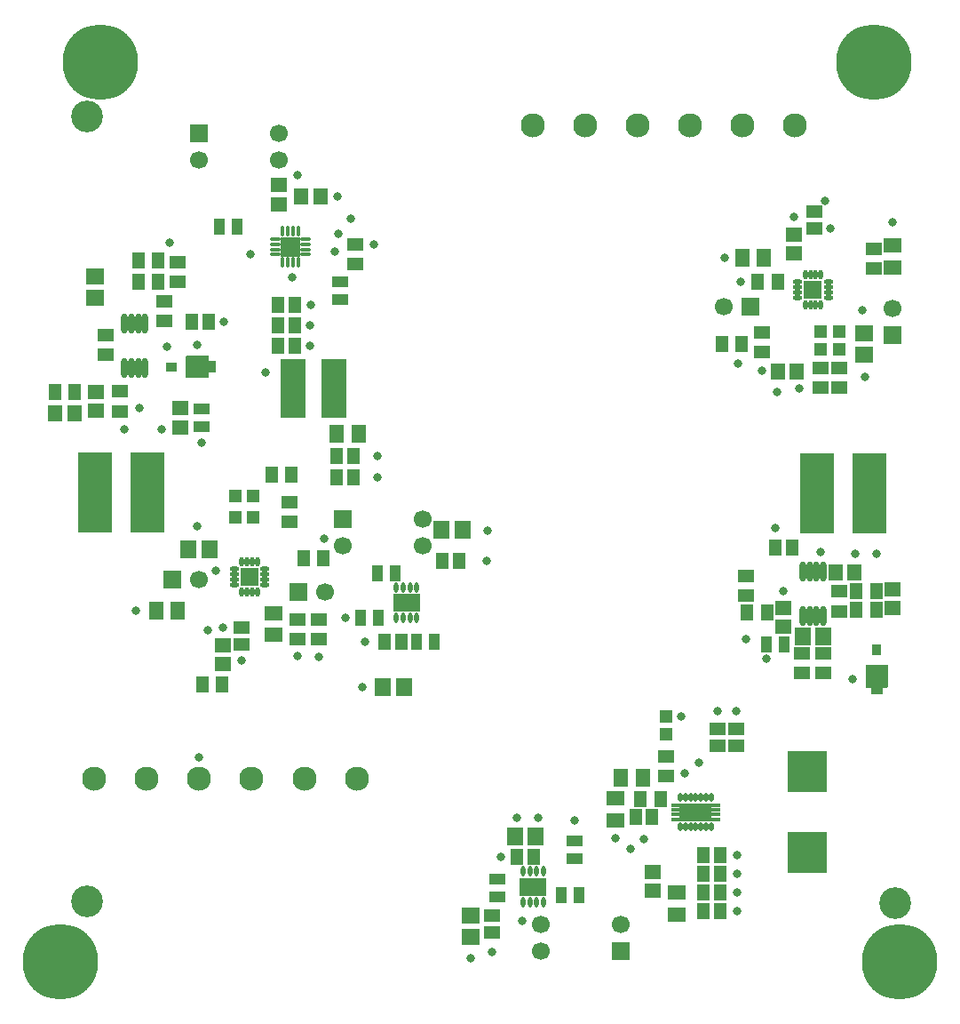
<source format=gts>
%FSLAX42Y42*%
%MOMM*%
G71*
G01*
G75*
G04 Layer_Color=30967*
%ADD10R,2.15X5.50*%
%ADD11R,3.00X7.50*%
%ADD12R,3.50X3.80*%
%ADD13O,0.25X0.70*%
%ADD14O,0.70X0.25*%
%ADD15R,1.60X1.60*%
%ADD16O,0.45X1.70*%
%ADD17R,0.66X0.94*%
%ADD18R,0.00X0.00*%
%ADD19R,0.00X0.00*%
%ADD20R,0.84X0.66*%
%ADD21R,1.70X1.70*%
%ADD22O,0.85X0.28*%
%ADD23O,0.28X0.85*%
%ADD24R,1.40X1.05*%
%ADD25R,1.25X1.50*%
%ADD26R,0.85X1.30*%
%ADD27R,1.00X1.00*%
G04:AMPARAMS|DCode=28|XSize=0.24mm|YSize=0.6mm|CornerRadius=0.08mm|HoleSize=0mm|Usage=FLASHONLY|Rotation=0.000|XOffset=0mm|YOffset=0mm|HoleType=Round|Shape=RoundedRectangle|*
%AMROUNDEDRECTD28*
21,1,0.24,0.43,0,0,0.0*
21,1,0.07,0.60,0,0,0.0*
1,1,0.17,0.04,-0.22*
1,1,0.17,-0.04,-0.22*
1,1,0.17,-0.04,0.22*
1,1,0.17,0.04,0.22*
%
%ADD28ROUNDEDRECTD28*%
%ADD29R,2.40X1.65*%
%ADD30O,0.30X0.85*%
%ADD31R,1.45X1.15*%
%ADD32R,1.15X1.45*%
%ADD33R,1.55X1.35*%
%ADD34R,0.95X1.35*%
%ADD35R,1.30X0.85*%
%ADD36R,1.05X1.40*%
%ADD37R,1.50X1.25*%
%ADD38R,1.00X1.00*%
%ADD39R,0.94X0.66*%
%ADD40R,0.00X0.00*%
%ADD41R,0.00X0.00*%
%ADD42R,0.66X0.84*%
%ADD43R,1.35X0.95*%
%ADD44R,1.35X1.55*%
%ADD45C,1.00*%
%ADD46C,0.64*%
%ADD47C,0.51*%
%ADD48C,0.38*%
%ADD49C,0.43*%
%ADD50C,0.25*%
%ADD51C,0.46*%
%ADD52C,0.76*%
%ADD53R,0.85X0.20*%
%ADD54R,2.85X1.58*%
%ADD55C,2.10*%
%ADD56C,1.50*%
%ADD57R,1.50X1.50*%
%ADD58R,1.50X1.50*%
%ADD59C,7.00*%
%ADD60C,0.50*%
%ADD61C,0.46*%
%ADD62C,0.61*%
%ADD63C,1.02*%
%ADD64C,2.22*%
%ADD65C,1.92*%
%ADD66C,4.22*%
%ADD67C,1.22*%
%ADD68C,1.22*%
%ADD69C,1.32*%
%ADD70C,0.25*%
%ADD71C,0.20*%
%ADD72C,0.10*%
%ADD73C,0.20*%
%ADD74C,0.60*%
%ADD75C,0.05*%
%ADD76R,0.58X0.17*%
%ADD77R,0.46X1.70*%
%ADD78R,0.65X0.19*%
%ADD79R,0.19X0.65*%
%ADD80R,1.70X0.46*%
%ADD81R,0.17X0.58*%
%ADD82R,0.70X0.70*%
%ADD83R,0.70X0.70*%
%ADD84R,1.00X0.65*%
%ADD85R,2.35X5.70*%
%ADD86R,3.20X7.70*%
%ADD87R,3.70X4.00*%
%ADD88O,0.45X0.90*%
%ADD89O,0.90X0.45*%
%ADD90R,1.80X1.80*%
%ADD91O,0.65X1.90*%
%ADD92R,1.04X0.86*%
%ADD93R,1.84X1.84*%
%ADD94O,0.99X0.42*%
%ADD95O,0.42X0.99*%
%ADD96R,1.60X1.25*%
%ADD97R,1.45X1.70*%
%ADD98R,1.05X1.50*%
%ADD99R,1.20X1.20*%
G04:AMPARAMS|DCode=100|XSize=0.44mm|YSize=0.8mm|CornerRadius=0.19mm|HoleSize=0mm|Usage=FLASHONLY|Rotation=0.000|XOffset=0mm|YOffset=0mm|HoleType=Round|Shape=RoundedRectangle|*
%AMROUNDEDRECTD100*
21,1,0.44,0.43,0,0,0.0*
21,1,0.07,0.80,0,0,0.0*
1,1,0.37,0.04,-0.22*
1,1,0.37,-0.04,-0.22*
1,1,0.37,-0.04,0.22*
1,1,0.37,0.04,0.22*
%
%ADD100ROUNDEDRECTD100*%
%ADD101R,2.54X1.79*%
%ADD102O,0.44X0.99*%
%ADD103R,1.65X1.35*%
%ADD104R,1.35X1.65*%
%ADD105R,1.75X1.55*%
%ADD106R,1.15X1.55*%
%ADD107R,1.50X1.05*%
%ADD108R,1.25X1.60*%
%ADD109R,1.70X1.45*%
%ADD110R,1.20X1.20*%
%ADD111R,0.86X1.04*%
%ADD112R,1.55X1.15*%
%ADD113R,1.55X1.75*%
%ADD114C,3.03*%
%ADD115R,1.05X0.40*%
%ADD116R,3.05X1.78*%
%ADD117C,2.30*%
%ADD118C,1.70*%
%ADD119R,1.70X1.70*%
%ADD120R,1.70X1.70*%
%ADD121C,7.20*%
%ADD122C,0.70*%
%ADD123C,0.66*%
%ADD124C,0.81*%
G36*
X8340Y3352D02*
X8341Y3352D01*
X8343Y3352D01*
X8344Y3351D01*
X8345Y3350D01*
X8346Y3349D01*
X8347Y3348D01*
X8348Y3347D01*
X8348Y3346D01*
X8349Y3345D01*
X8349Y3343D01*
X8349Y3342D01*
Y3141D01*
X8349Y3140D01*
X8349Y3139D01*
X8348Y3138D01*
X8348Y3136D01*
X8347Y3135D01*
X8346Y3134D01*
X8345Y3133D01*
X8344Y3133D01*
X8343Y3132D01*
X8341Y3132D01*
X8340Y3131D01*
X8339Y3131D01*
X8301D01*
Y3075D01*
X8301Y3074D01*
X8300Y3073D01*
X8300Y3072D01*
X8299Y3070D01*
X8299Y3069D01*
X8298Y3068D01*
X8297Y3067D01*
X8296Y3067D01*
X8294Y3066D01*
X8293Y3066D01*
X8292Y3065D01*
X8291Y3065D01*
X8197D01*
X8195Y3065D01*
X8194Y3066D01*
X8193Y3066D01*
X8191Y3067D01*
X8190Y3067D01*
X8189Y3068D01*
X8189Y3069D01*
X8188Y3070D01*
X8187Y3072D01*
X8187Y3073D01*
X8186Y3074D01*
X8186Y3075D01*
Y3131D01*
X8146D01*
X8144Y3131D01*
X8143Y3132D01*
X8142Y3132D01*
X8141Y3133D01*
X8140Y3133D01*
X8139Y3134D01*
X8138Y3135D01*
X8137Y3136D01*
X8136Y3138D01*
X8136Y3139D01*
X8136Y3140D01*
X8136Y3141D01*
Y3342D01*
X8136Y3343D01*
X8136Y3345D01*
X8136Y3346D01*
X8137Y3347D01*
X8138Y3348D01*
X8139Y3349D01*
X8140Y3350D01*
X8141Y3351D01*
X8142Y3352D01*
X8143Y3352D01*
X8144Y3352D01*
X8146Y3352D01*
X8339D01*
X8340Y3352D01*
D02*
G37*
G36*
X1866Y6294D02*
X1867Y6293D01*
X1868Y6293D01*
X1869Y6292D01*
X1871Y6291D01*
X1872Y6291D01*
X1872Y6290D01*
X1873Y6289D01*
X1874Y6287D01*
X1874Y6286D01*
X1874Y6285D01*
X1875Y6283D01*
Y6245D01*
X1930D01*
X1932Y6245D01*
X1933Y6245D01*
X1934Y6245D01*
X1935Y6244D01*
X1937Y6243D01*
X1938Y6242D01*
X1938Y6241D01*
X1939Y6240D01*
X1940Y6239D01*
X1940Y6238D01*
X1940Y6236D01*
X1941Y6235D01*
Y6141D01*
X1940Y6140D01*
X1940Y6139D01*
X1940Y6137D01*
X1939Y6136D01*
X1938Y6135D01*
X1938Y6134D01*
X1937Y6133D01*
X1935Y6132D01*
X1934Y6132D01*
X1933Y6131D01*
X1932Y6131D01*
X1930Y6131D01*
X1875D01*
Y6090D01*
X1874Y6089D01*
X1874Y6088D01*
X1874Y6086D01*
X1873Y6085D01*
X1872Y6084D01*
X1872Y6083D01*
X1871Y6082D01*
X1869Y6082D01*
X1868Y6081D01*
X1867Y6081D01*
X1866Y6080D01*
X1864Y6080D01*
X1664D01*
X1662Y6080D01*
X1661Y6081D01*
X1660Y6081D01*
X1659Y6082D01*
X1658Y6082D01*
X1657Y6083D01*
X1656Y6084D01*
X1655Y6085D01*
X1654Y6086D01*
X1654Y6088D01*
X1654Y6089D01*
X1654Y6090D01*
Y6283D01*
X1654Y6285D01*
X1654Y6286D01*
X1654Y6287D01*
X1655Y6289D01*
X1656Y6290D01*
X1657Y6291D01*
X1658Y6291D01*
X1659Y6292D01*
X1660Y6293D01*
X1661Y6293D01*
X1662Y6294D01*
X1664Y6294D01*
X1864D01*
X1866Y6294D01*
D02*
G37*
D17*
X1749Y6187D02*
D03*
D18*
X1669Y6183D02*
D03*
D19*
X1666Y6200D02*
D03*
D39*
X8242Y3257D02*
D03*
D40*
X8238Y3337D02*
D03*
D41*
X8255Y3340D02*
D03*
D85*
X2678Y5985D02*
D03*
X3063D02*
D03*
D86*
X1291Y4990D02*
D03*
X791D02*
D03*
X8175Y4985D02*
D03*
X7675D02*
D03*
D87*
X7582Y1560D02*
D03*
Y2330D02*
D03*
D88*
X2338Y4331D02*
D03*
X2288D02*
D03*
X2238D02*
D03*
X2188D02*
D03*
Y4041D02*
D03*
X2238D02*
D03*
X2288D02*
D03*
X2338D02*
D03*
X7558Y7068D02*
D03*
X7608D02*
D03*
X7658D02*
D03*
X7708D02*
D03*
Y6779D02*
D03*
X7658D02*
D03*
X7608D02*
D03*
X7558D02*
D03*
D89*
X2118Y4261D02*
D03*
Y4211D02*
D03*
Y4161D02*
D03*
Y4111D02*
D03*
X2408D02*
D03*
Y4161D02*
D03*
Y4211D02*
D03*
Y4261D02*
D03*
X7488Y6849D02*
D03*
Y6899D02*
D03*
Y6948D02*
D03*
Y6999D02*
D03*
X7778D02*
D03*
Y6948D02*
D03*
Y6899D02*
D03*
Y6849D02*
D03*
D90*
X2263Y4186D02*
D03*
X7633Y6923D02*
D03*
D91*
X1266Y6177D02*
D03*
X1136D02*
D03*
X1071D02*
D03*
X1201D02*
D03*
X1266Y6597D02*
D03*
X1136D02*
D03*
X1201D02*
D03*
X1071D02*
D03*
X7535Y3818D02*
D03*
X7600D02*
D03*
X7665D02*
D03*
X7730D02*
D03*
X7535Y4238D02*
D03*
X7600D02*
D03*
X7665D02*
D03*
X7730D02*
D03*
D92*
X1516Y6187D02*
D03*
D93*
X2651Y7331D02*
D03*
D94*
X2503Y7256D02*
D03*
Y7306D02*
D03*
Y7356D02*
D03*
Y7406D02*
D03*
X2798D02*
D03*
Y7356D02*
D03*
Y7306D02*
D03*
Y7256D02*
D03*
D95*
X2576Y7478D02*
D03*
X2626D02*
D03*
X2676D02*
D03*
X2726D02*
D03*
Y7183D02*
D03*
X2676D02*
D03*
X2626D02*
D03*
X2576D02*
D03*
D96*
X1575Y7185D02*
D03*
Y6995D02*
D03*
X6998Y4009D02*
D03*
Y4199D02*
D03*
X7531Y3462D02*
D03*
Y3272D02*
D03*
X7734Y3462D02*
D03*
Y3272D02*
D03*
X6235Y2476D02*
D03*
Y2286D02*
D03*
X8217Y7121D02*
D03*
Y7311D02*
D03*
X7709Y6180D02*
D03*
Y5990D02*
D03*
X7887Y6180D02*
D03*
Y5990D02*
D03*
X7150Y6325D02*
D03*
Y6515D02*
D03*
X7887Y4047D02*
D03*
Y3857D02*
D03*
X1448Y6812D02*
D03*
Y6622D02*
D03*
X1025Y5764D02*
D03*
Y5954D02*
D03*
X889Y6489D02*
D03*
Y6299D02*
D03*
X2642Y4709D02*
D03*
Y4899D02*
D03*
X2718Y3781D02*
D03*
Y3591D02*
D03*
X2921Y3781D02*
D03*
Y3591D02*
D03*
X3272Y7165D02*
D03*
Y7355D02*
D03*
D97*
X3305Y5553D02*
D03*
X3095D02*
D03*
X5801Y2275D02*
D03*
X6010D02*
D03*
X7166Y7228D02*
D03*
X6956D02*
D03*
X1578Y3864D02*
D03*
X1368D02*
D03*
D98*
X3483Y4223D02*
D03*
X3653D02*
D03*
X5236Y1158D02*
D03*
X5406D02*
D03*
X7362Y3545D02*
D03*
X7192D02*
D03*
X2142Y7521D02*
D03*
X1972D02*
D03*
X4021Y3567D02*
D03*
X3851D02*
D03*
X3317Y3795D02*
D03*
X3487D02*
D03*
D99*
X2295Y4753D02*
D03*
X2125D02*
D03*
X2295Y4956D02*
D03*
X2125D02*
D03*
D100*
X6365Y2085D02*
D03*
X6415D02*
D03*
X6465D02*
D03*
X6515D02*
D03*
X6565D02*
D03*
X6615D02*
D03*
X6665D02*
D03*
Y1805D02*
D03*
X6615D02*
D03*
X6565D02*
D03*
X6515D02*
D03*
X6465D02*
D03*
X6415D02*
D03*
X6365D02*
D03*
D101*
X3759Y3940D02*
D03*
X4966Y1234D02*
D03*
D102*
X3857Y3793D02*
D03*
X3792D02*
D03*
X3727D02*
D03*
X3662D02*
D03*
Y4088D02*
D03*
X3727D02*
D03*
X3792D02*
D03*
X3857D02*
D03*
X4868Y1086D02*
D03*
X4933D02*
D03*
X4998D02*
D03*
X5063D02*
D03*
Y1381D02*
D03*
X4998D02*
D03*
X4933D02*
D03*
X4868D02*
D03*
D103*
X6108Y1199D02*
D03*
Y1379D02*
D03*
X7455Y7265D02*
D03*
Y7445D02*
D03*
X7353Y3709D02*
D03*
Y3889D02*
D03*
X8395Y3887D02*
D03*
Y4067D02*
D03*
X1600Y5611D02*
D03*
Y5791D02*
D03*
X797Y5769D02*
D03*
Y5949D02*
D03*
X2540Y7916D02*
D03*
Y7736D02*
D03*
X2007Y3535D02*
D03*
Y3355D02*
D03*
D104*
X590Y5741D02*
D03*
X410D02*
D03*
X2755Y7814D02*
D03*
X2935D02*
D03*
X7477Y6140D02*
D03*
X7297D02*
D03*
X7847Y4231D02*
D03*
X8028D02*
D03*
D105*
X787Y6846D02*
D03*
Y7046D02*
D03*
X4369Y757D02*
D03*
Y957D02*
D03*
X8124Y6507D02*
D03*
Y6307D02*
D03*
D106*
X1871Y6616D02*
D03*
X1711D02*
D03*
X4970Y1522D02*
D03*
X4810D02*
D03*
X6588Y1539D02*
D03*
X6747D02*
D03*
X6588Y1361D02*
D03*
X6747D02*
D03*
X6588Y1183D02*
D03*
X6747D02*
D03*
X6588Y1005D02*
D03*
X6747D02*
D03*
X5940Y1899D02*
D03*
X6100D02*
D03*
X7433Y4470D02*
D03*
X7273D02*
D03*
X2696Y6582D02*
D03*
X2536D02*
D03*
X2696Y6775D02*
D03*
X2536D02*
D03*
X2696Y6391D02*
D03*
X2536D02*
D03*
X3255Y5134D02*
D03*
X3095D02*
D03*
X3255Y5337D02*
D03*
X3095D02*
D03*
X3551Y3567D02*
D03*
X3711D02*
D03*
X4257Y4341D02*
D03*
X4097D02*
D03*
D107*
X5359Y1502D02*
D03*
Y1673D02*
D03*
X4623Y1310D02*
D03*
Y1140D02*
D03*
X1803Y5616D02*
D03*
Y5786D02*
D03*
X3124Y6997D02*
D03*
Y6827D02*
D03*
D108*
X6178Y2072D02*
D03*
X5988D02*
D03*
X7106Y7000D02*
D03*
X7296D02*
D03*
X6953Y6403D02*
D03*
X6763D02*
D03*
X8046Y4053D02*
D03*
X8236D02*
D03*
X8236Y3875D02*
D03*
X8046D02*
D03*
X7194Y3850D02*
D03*
X7004D02*
D03*
X595Y5944D02*
D03*
X405D02*
D03*
X2660Y5159D02*
D03*
X2470D02*
D03*
X2000Y3165D02*
D03*
X1810D02*
D03*
X2775Y4362D02*
D03*
X2965D02*
D03*
X1390Y7200D02*
D03*
X1200D02*
D03*
X1390Y6997D02*
D03*
X1200D02*
D03*
D109*
X6337Y1183D02*
D03*
Y973D02*
D03*
X5753Y1865D02*
D03*
Y2075D02*
D03*
X8395Y7346D02*
D03*
Y7136D02*
D03*
X2489Y3632D02*
D03*
Y3842D02*
D03*
D110*
X6235Y2860D02*
D03*
Y2690D02*
D03*
X7709Y6526D02*
D03*
Y6356D02*
D03*
X7887Y6526D02*
D03*
Y6356D02*
D03*
D111*
X8242Y3489D02*
D03*
D112*
X4572Y963D02*
D03*
Y803D02*
D03*
X6722Y2581D02*
D03*
Y2741D02*
D03*
X6900Y2581D02*
D03*
Y2741D02*
D03*
X7645Y7504D02*
D03*
Y7664D02*
D03*
X2184Y3543D02*
D03*
Y3703D02*
D03*
D113*
X4990Y1715D02*
D03*
X4790D02*
D03*
X7733Y3621D02*
D03*
X7533D02*
D03*
X1678Y4448D02*
D03*
X1878D02*
D03*
X3531Y3135D02*
D03*
X3731D02*
D03*
X4090Y4633D02*
D03*
X4290D02*
D03*
D114*
X711Y8572D02*
D03*
Y1092D02*
D03*
X8420Y1080D02*
D03*
D115*
X6330Y1876D02*
D03*
Y1922D02*
D03*
X6330Y1968D02*
D03*
Y2014D02*
D03*
X6700Y1876D02*
D03*
X6700Y1922D02*
D03*
X6700Y1968D02*
D03*
Y2014D02*
D03*
D116*
X6515Y1945D02*
D03*
D117*
X3282Y2264D02*
D03*
X2782D02*
D03*
X2282D02*
D03*
X1782D02*
D03*
X1282D02*
D03*
X782D02*
D03*
X7460Y8484D02*
D03*
X6960D02*
D03*
X6460D02*
D03*
X5960D02*
D03*
X5460D02*
D03*
X4960D02*
D03*
D118*
X2984Y4045D02*
D03*
X2540Y8156D02*
D03*
X1778D02*
D03*
X2540Y8410D02*
D03*
X5804Y878D02*
D03*
X5042Y624D02*
D03*
Y878D02*
D03*
X6782Y6763D02*
D03*
X8394Y6741D02*
D03*
X1778Y4159D02*
D03*
X3910Y4481D02*
D03*
Y4735D02*
D03*
X3148Y4481D02*
D03*
D119*
X2730Y4045D02*
D03*
X1778Y8410D02*
D03*
X5804Y624D02*
D03*
X7036Y6763D02*
D03*
X1524Y4159D02*
D03*
X3148Y4735D02*
D03*
D120*
X8394Y6487D02*
D03*
D121*
X460Y520D02*
D03*
X840Y9090D02*
D03*
X8210D02*
D03*
X8460Y520D02*
D03*
D122*
X2263Y4186D02*
D03*
X3834Y3990D02*
D03*
X3684D02*
D03*
X3759Y3940D02*
D03*
X3834Y3890D02*
D03*
X3684D02*
D03*
X4966Y1234D02*
D03*
X5041Y1284D02*
D03*
Y1184D02*
D03*
X4891D02*
D03*
Y1284D02*
D03*
X7633Y6923D02*
D03*
D123*
X6615Y1895D02*
D03*
X6565D02*
D03*
X6515D02*
D03*
X6465D02*
D03*
X6415D02*
D03*
X6615Y1945D02*
D03*
X6565D02*
D03*
X6515D02*
D03*
X6465D02*
D03*
X6415D02*
D03*
X6615Y1995D02*
D03*
X6565D02*
D03*
X6515D02*
D03*
X6465D02*
D03*
X6415D02*
D03*
D124*
X6947Y7000D02*
D03*
X8394Y7563D02*
D03*
X7798Y7508D02*
D03*
X1778Y2467D02*
D03*
X1422Y5591D02*
D03*
X1067D02*
D03*
X1473Y6378D02*
D03*
X1499Y7369D02*
D03*
X1207Y5794D02*
D03*
X2184Y3394D02*
D03*
X2019Y6620D02*
D03*
X1803Y5464D02*
D03*
X2718Y3432D02*
D03*
X2667Y7039D02*
D03*
X4813Y1894D02*
D03*
X5015Y1893D02*
D03*
X7353Y4053D02*
D03*
X8039Y4409D02*
D03*
X6998Y3596D02*
D03*
X8014Y3215D02*
D03*
X8242Y4409D02*
D03*
X7506Y5984D02*
D03*
X4521Y4337D02*
D03*
X4534Y4629D02*
D03*
X3175Y3795D02*
D03*
X3480Y5137D02*
D03*
Y5337D02*
D03*
X2921Y3422D02*
D03*
X1865Y3677D02*
D03*
X1765Y4667D02*
D03*
X1943Y4248D02*
D03*
X1765Y6394D02*
D03*
X2413Y6137D02*
D03*
X2845Y6775D02*
D03*
X2841Y6582D02*
D03*
Y6391D02*
D03*
X3099Y7814D02*
D03*
X2972Y4553D02*
D03*
X3073Y7283D02*
D03*
X2273Y7258D02*
D03*
X5363Y1869D02*
D03*
X4369Y552D02*
D03*
X4572Y616D02*
D03*
X4653Y1522D02*
D03*
X6413Y2318D02*
D03*
X5753Y1695D02*
D03*
X5893Y1594D02*
D03*
X6909Y1005D02*
D03*
Y1183D02*
D03*
Y1361D02*
D03*
Y1539D02*
D03*
X6379Y2860D02*
D03*
X6900Y2906D02*
D03*
X6722Y2910D02*
D03*
X6542Y2421D02*
D03*
X7188Y3410D02*
D03*
X7709Y4426D02*
D03*
X6790Y7228D02*
D03*
X6921Y6217D02*
D03*
X7455Y7614D02*
D03*
X7747Y7765D02*
D03*
X8128Y6090D02*
D03*
X8102Y6725D02*
D03*
X1181Y3867D02*
D03*
X6020Y1689D02*
D03*
X3226Y7595D02*
D03*
X3111Y7455D02*
D03*
X2718Y8014D02*
D03*
X3335Y3135D02*
D03*
X3361Y3567D02*
D03*
X2010Y3703D02*
D03*
X3449Y7355D02*
D03*
X7277Y4648D02*
D03*
X7150Y6149D02*
D03*
X7290Y5950D02*
D03*
X4864Y914D02*
D03*
M02*

</source>
